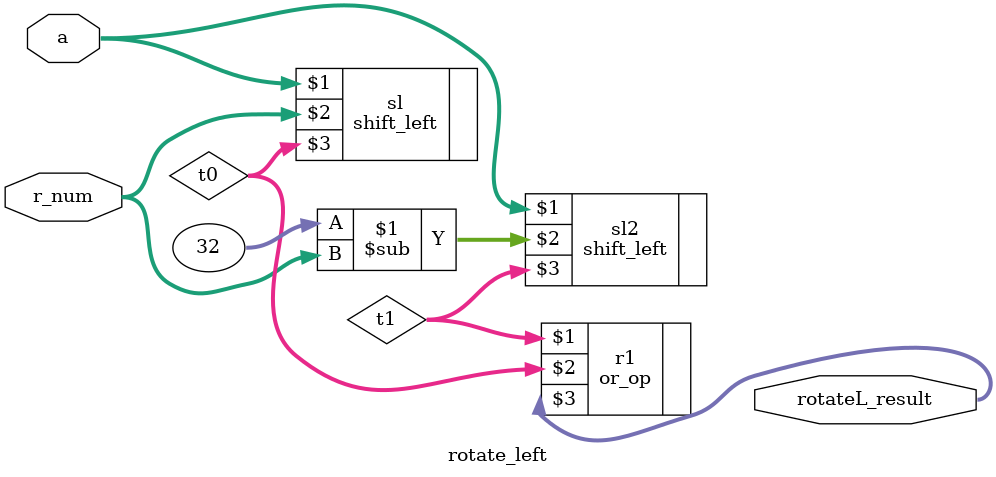
<source format=v>
module rotate_left(input [31:0] a, r_num,
                   output [31:0] rotateL_result);

    wire[31:0] t0, t1;
    shift_left sl(a, r_num, t0);            //Shifts left r_num number of times
    shift_left sl2(a, (32 - r_num), t1);    //Shifts right 32 - r_num number of times
    or_op r1(t1, t0, rotateL_result);       //Performs the OR operation and produces the final result
endmodule

</source>
